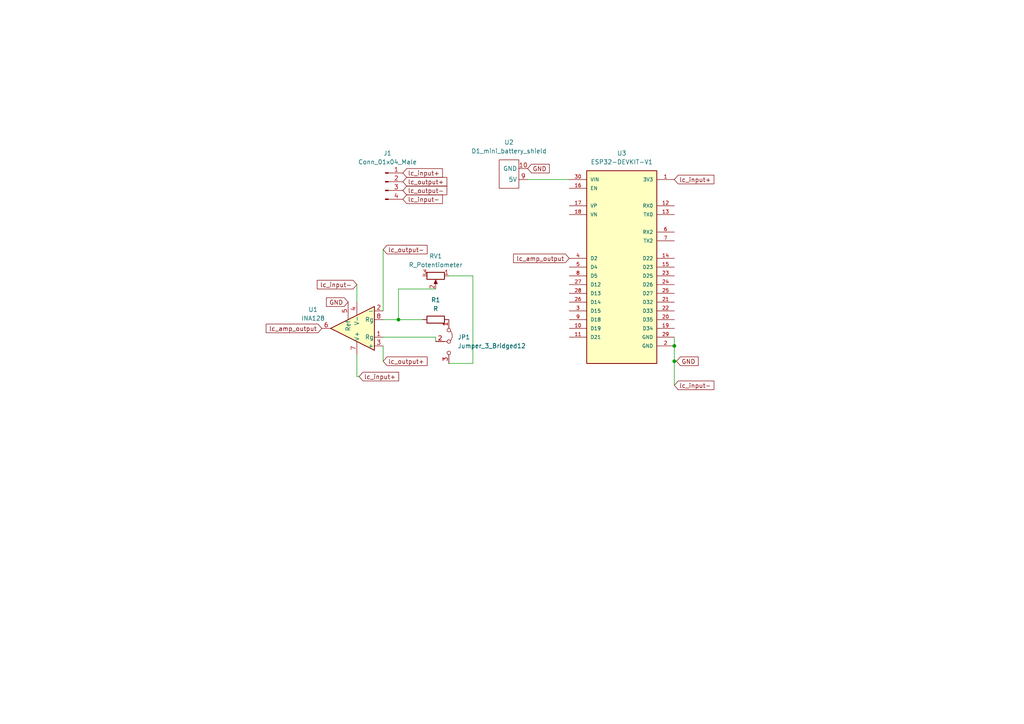
<source format=kicad_sch>
(kicad_sch (version 20230121) (generator eeschema)
  (paper "A4")
  (lib_symbols
    (symbol "Amplifier_Instrumentation:INA128" (pin_names (offset 0.127))
      (property "Reference" "U" (at 3.81 3.175 0))
      (property "Value" "INA128" (at 3.81 -3.175 0))
      (symbol "INA128_0_1"
        (polyline (pts (xy 7.62 0) (xy -5.08 6.35) (xy -5.08 -6.35) (xy 7.62 0)) (stroke (width 0.254)) (fill (type background)))
      )
      (symbol "INA128_1_1"
        (pin passive line (at -7.62 2.54 0) (length 2.54) (name "Rg") (number "1"))
        (pin input line (at -7.62 -5.08 0) (length 2.54) (name "-") (number "2"))
        (pin input line (at -7.62 5.08 0) (length 2.54) (name "+") (number "3"))
        (pin power_in line (at 0 -7.62 90) (length 3.81) (name "V-") (number "4"))
        (pin input line (at 2.54 -7.62 90) (length 5.08) (name "Ref") (number "5"))
        (pin output line (at 10.16 0 180) (length 2.54) (name "~") (number "6"))
        (pin power_in line (at 0 7.62 270) (length 3.81) (name "V+") (number "7"))
        (pin passive line (at -7.62 -2.54 0) (length 2.54) (name "Rg") (number "8"))
      )
    )
    (symbol "Connector:Conn_01x04_Male" (pin_names (offset 1.016) hide)
      (property "Reference" "J" (at 0 5.08 0))
      (property "Value" "Conn_01x04_Male" (at 0 -7.62 0))
      (symbol "Conn_01x04_Male_1_1"
        (polyline (pts (xy 1.27 -5.08) (xy 0.8636 -5.08)) (stroke (width 0.1524)))
        (polyline (pts (xy 1.27 -2.54) (xy 0.8636 -2.54)) (stroke (width 0.1524)))
        (polyline (pts (xy 1.27 0) (xy 0.8636 0)) (stroke (width 0.1524)))
        (polyline (pts (xy 1.27 2.54) (xy 0.8636 2.54)) (stroke (width 0.1524)))
        (rectangle (start 0.8636 -4.953) (end 0 -5.207) (stroke (width 0.1524)) (fill (type outline)))
        (rectangle (start 0.8636 -2.413) (end 0 -2.667) (stroke (width 0.1524)) (fill (type outline)))
        (rectangle (start 0.8636 0.127) (end 0 -0.127) (stroke (width 0.1524)) (fill (type outline)))
        (rectangle (start 0.8636 2.667) (end 0 2.413) (stroke (width 0.1524)) (fill (type outline)))
        (pin passive line (at 5.08 2.54 180) (length 3.81) (name "Pin_1") (number "1"))
        (pin passive line (at 5.08 0 180) (length 3.81) (name "Pin_2") (number "2"))
        (pin passive line (at 5.08 -2.54 180) (length 3.81) (name "Pin_3") (number "3"))
        (pin passive line (at 5.08 -5.08 180) (length 3.81) (name "Pin_4") (number "4"))
      )
    )
    (symbol "Device:R" (pin_numbers hide) (pin_names (offset 0))
      (property "Reference" "R" (at 2.032 0 90))
      (property "Value" "R" (at 0 0 90))
      (symbol "R_0_1"
        (rectangle (start -1.016 -2.54) (end 1.016 2.54) (stroke (width 0.254)))
      )
      (symbol "R_1_1"
        (pin passive line (at 0 3.81 270) (length 1.27) (name "~") (number "1"))
        (pin passive line (at 0 -3.81 90) (length 1.27) (name "~") (number "2"))
      )
    )
    (symbol "Device:R_Potentiometer" (pin_names (offset 1.016) hide)
      (property "Reference" "RV" (at -4.445 0 90))
      (property "Value" "R_Potentiometer" (at -2.54 0 90))
      (symbol "R_Potentiometer_0_1"
        (polyline (pts (xy 2.54 0) (xy 1.524 0)))
        (polyline (pts (xy 1.143 0) (xy 2.286 0.508) (xy 2.286 -0.508) (xy 1.143 0)) (fill (type outline)))
        (rectangle (start 1.016 2.54) (end -1.016 -2.54) (stroke (width 0.254)))
      )
      (symbol "R_Potentiometer_1_1"
        (pin passive line (at 0 3.81 270) (length 1.27) (name "1") (number "1"))
        (pin passive line (at 3.81 0 180) (length 1.27) (name "2") (number "2"))
        (pin passive line (at 0 -3.81 90) (length 1.27) (name "3") (number "3"))
      )
    )
    (symbol "ESP32-DEVKIT-V1:ESP32-DEVKIT-V1" (pin_names (offset 1.016))
      (property "Reference" "U" (at -10.16 30.48 0))
      (property "Value" "ESP32-DEVKIT-V1" (at -10.16 -30.48 0))
      (symbol "ESP32-DEVKIT-V1_0_0"
        (rectangle (start -10.16 -27.94) (end 10.16 27.94) (stroke (width 0.254)) (fill (type background)))
        (pin output line (at 15.24 25.4 180) (length 5.08) (name "3V3") (number "1"))
        (pin bidirectional line (at -15.24 -17.78 0) (length 5.08) (name "D19") (number "10"))
        (pin bidirectional line (at -15.24 -20.32 0) (length 5.08) (name "D21") (number "11"))
        (pin input line (at 15.24 17.78 180) (length 5.08) (name "RX0") (number "12"))
        (pin output line (at 15.24 15.24 180) (length 5.08) (name "TX0") (number "13"))
        (pin bidirectional line (at 15.24 2.54 180) (length 5.08) (name "D22") (number "14"))
        (pin bidirectional line (at 15.24 0 180) (length 5.08) (name "D23") (number "15"))
        (pin input line (at -15.24 22.86 0) (length 5.08) (name "EN") (number "16"))
        (pin bidirectional line (at -15.24 17.78 0) (length 5.08) (name "VP") (number "17"))
        (pin bidirectional line (at -15.24 15.24 0) (length 5.08) (name "VN") (number "18"))
        (pin bidirectional line (at 15.24 -17.78 180) (length 5.08) (name "D34") (number "19"))
        (pin power_in line (at 15.24 -22.86 180) (length 5.08) (name "GND") (number "2"))
        (pin bidirectional line (at 15.24 -15.24 180) (length 5.08) (name "D35") (number "20"))
        (pin bidirectional line (at 15.24 -10.16 180) (length 5.08) (name "D32") (number "21"))
        (pin bidirectional line (at 15.24 -12.7 180) (length 5.08) (name "D33") (number "22"))
        (pin bidirectional line (at 15.24 -2.54 180) (length 5.08) (name "D25") (number "23"))
        (pin bidirectional line (at 15.24 -5.08 180) (length 5.08) (name "D26") (number "24"))
        (pin bidirectional line (at 15.24 -7.62 180) (length 5.08) (name "D27") (number "25"))
        (pin bidirectional line (at -15.24 -10.16 0) (length 5.08) (name "D14") (number "26"))
        (pin bidirectional line (at -15.24 -5.08 0) (length 5.08) (name "D12") (number "27"))
        (pin bidirectional line (at -15.24 -7.62 0) (length 5.08) (name "D13") (number "28"))
        (pin power_in line (at 15.24 -20.32 180) (length 5.08) (name "GND") (number "29"))
        (pin bidirectional line (at -15.24 -12.7 0) (length 5.08) (name "D15") (number "3"))
        (pin input line (at -15.24 25.4 0) (length 5.08) (name "VIN") (number "30"))
        (pin bidirectional line (at -15.24 2.54 0) (length 5.08) (name "D2") (number "4"))
        (pin bidirectional line (at -15.24 0 0) (length 5.08) (name "D4") (number "5"))
        (pin input line (at 15.24 10.16 180) (length 5.08) (name "RX2") (number "6"))
        (pin output line (at 15.24 7.62 180) (length 5.08) (name "TX2") (number "7"))
        (pin bidirectional line (at -15.24 -2.54 0) (length 5.08) (name "D5") (number "8"))
        (pin bidirectional line (at -15.24 -15.24 0) (length 5.08) (name "D18") (number "9"))
      )
    )
    (symbol "Jumper:Jumper_3_Bridged12" (pin_names (offset 0) hide)
      (property "Reference" "JP" (at -2.54 -2.54 0))
      (property "Value" "Jumper_3_Bridged12" (at 0 2.794 0))
      (symbol "Jumper_3_Bridged12_0_0"
        (circle (center -3.302 0) (radius 0.508))
        (circle (center 0 0) (radius 0.508))
        (circle (center 3.302 0) (radius 0.508))
      )
      (symbol "Jumper_3_Bridged12_0_1"
        (arc (start -0.254 0.508) (mid -1.651 0.9912) (end -3.048 0.508))
        (polyline (pts (xy 0 -1.27) (xy 0 -0.508)))
      )
      (symbol "Jumper_3_Bridged12_1_1"
        (pin passive line (at -6.35 0 0) (length 2.54) (name "A") (number "1"))
        (pin passive line (at 0 -3.81 90) (length 2.54) (name "C") (number "2"))
        (pin passive line (at 6.35 0 180) (length 2.54) (name "B") (number "3"))
      )
    )
    (symbol "d1 mini battery shield:D1_mini_battery_shield"
      (property "Reference" "U" (at 3.81 8.89 0))
      (property "Value" "D1_mini_battery_shield" (at 2.54 -1.905 0))
      (symbol "D1_mini_battery_shield_0_1"
        (rectangle (start -1.27 7.62) (end 4.445 -0.635))
      )
      (symbol "D1_mini_battery_shield_1_1"
        (pin input line (at -3.81 1.905 0) (length 2.54) (name "GND") (number "10"))
        (pin input line (at -3.81 5.08 0) (length 2.54) (name "5V") (number "9"))
      )
    )
  )
  (junction (at 195.58 104.775))
  (junction (at 195.58 100.33))
  (junction (at 115.57 92.71))
  (wire (pts (xy 130.175 105.41) (xy 137.16 105.41)))
  (wire (pts (xy 111.125 104.775) (xy 111.125 100.33)))
  (wire (pts (xy 111.125 97.79) (xy 126.365 97.79)))
  (wire (pts (xy 103.505 102.87) (xy 103.505 109.22)))
  (wire (pts (xy 111.125 92.71) (xy 115.57 92.71)))
  (wire (pts (xy 130.175 80.01) (xy 137.16 80.01)))
  (wire (pts (xy 195.58 97.79) (xy 195.58 100.33)))
  (wire (pts (xy 103.505 109.22) (xy 104.14 109.22)))
  (wire (pts (xy 195.58 100.33) (xy 195.58 104.775)))
  (wire (pts (xy 115.57 92.71) (xy 122.555 92.71)))
  (wire (pts (xy 137.16 80.01) (xy 137.16 105.41)))
  (wire (pts (xy 153.035 52.07) (xy 165.1 52.07)))
  (wire (pts (xy 111.125 72.39) (xy 111.125 90.17)))
  (wire (pts (xy 126.365 83.82) (xy 115.57 83.82)))
  (wire (pts (xy 195.58 104.775) (xy 196.215 104.775)))
  (wire (pts (xy 115.57 83.82) (xy 115.57 92.71)))
  (wire (pts (xy 103.505 82.55) (xy 103.505 87.63)))
  (wire (pts (xy 126.365 97.79) (xy 126.365 99.06)))
  (wire (pts (xy 195.58 104.775) (xy 195.58 111.76)))
  (global_label "lc_input-" (shape input) (at 116.84 57.785 0) (property "Intersheetrefs" "${INTERSHEET_REFS}" (effects hide)))
  (global_label "lc_input+" (shape input) (at 116.84 50.165 0) (property "Intersheetrefs" "${INTERSHEET_REFS}" (effects hide)))
  (global_label "GND" (shape input) (at 196.215 104.775 0) (property "Intersheetrefs" "${INTERSHEET_REFS}" (effects hide)))
  (global_label "lc_input+" (shape input) (at 104.14 109.22 0) (property "Intersheetrefs" "${INTERSHEET_REFS}" (effects hide)))
  (global_label "lc_input-" (shape input) (at 195.58 111.76 0) (property "Intersheetrefs" "${INTERSHEET_REFS}" (effects hide)))
  (global_label "lc_amp_output" (shape input) (at 165.1 74.93 180) (property "Intersheetrefs" "${INTERSHEET_REFS}" (effects hide)))
  (global_label "GND" (shape input) (at 153.035 48.895 0) (property "Intersheetrefs" "${INTERSHEET_REFS}" (effects hide)))
  (global_label "lc_output+" (shape input) (at 116.84 52.705 0) (property "Intersheetrefs" "${INTERSHEET_REFS}" (effects hide)))
  (global_label "lc_input-" (shape input) (at 103.505 82.55 180) (property "Intersheetrefs" "${INTERSHEET_REFS}" (effects hide)))
  (global_label "lc_amp_output" (shape input) (at 93.345 95.25 180) (property "Intersheetrefs" "${INTERSHEET_REFS}" (effects hide)))
  (global_label "lc_output-" (shape input) (at 111.125 72.39 0) (property "Intersheetrefs" "${INTERSHEET_REFS}" (effects hide)))
  (global_label "GND" (shape input) (at 100.965 87.63 180) (property "Intersheetrefs" "${INTERSHEET_REFS}" (effects hide)))
  (global_label "lc_output+" (shape input) (at 111.125 104.775 0) (property "Intersheetrefs" "${INTERSHEET_REFS}" (effects hide)))
  (global_label "lc_input+" (shape input) (at 195.58 52.07 0) (property "Intersheetrefs" "${INTERSHEET_REFS}" (effects hide)))
  (global_label "lc_output-" (shape input) (at 116.84 55.245 0) (property "Intersheetrefs" "${INTERSHEET_REFS}" (effects hide)))
  (symbol (lib_id "ESP32-DEVKIT-V1:ESP32-DEVKIT-V1") (at 180.34 77.47 0) (unit 1)
    (property "Reference" "U3" (at 180.34 44.45 0))
    (property "Value" "ESP32-DEVKIT-V1" (at 180.34 46.99 0))
    (property "Footprint" "ESP32-DEVKIT-V1:MODULE_ESP32_DEVKIT_V1" (effects hide))
    (property "STANDARD" "Manufacturer Recommendations" (effects hide))
    (property "PARTREV" "N/A" (effects hide))
    (property "MANUFACTURER" "DOIT" (effects hide))
    (property "MAXIMUM_PACKAGE_HEIGHT" "6.8 mm" (effects hide))
  )
  (symbol (lib_id "d1 mini battery shield:D1_mini_battery_shield") (at 149.225 46.99 180) (unit 1)
    (property "Reference" "U2" (at 147.6375 41.275 0))
    (property "Value" "D1_mini_battery_shield" (at 147.6375 43.815 0))
    (property "Footprint" "D1 mini battery shield:D1 mini battery shield" (effects hide))
  )
  (symbol (lib_id "Connector:Conn_01x04_Male") (at 111.76 52.705 0) (unit 1)
    (property "Reference" "J1" (at 112.395 44.45 0))
    (property "Value" "Conn_01x04_Male" (at 112.395 46.99 0))
    (property "Footprint" "Connector_PinSocket_2.54mm:PinSocket_1x04_P2.54mm_Vertical" (effects hide))
  )
  (symbol (lib_id "Amplifier_Instrumentation:INA128") (at 103.505 95.25 180) (unit 1)
    (property "Reference" "U1" (at 90.805 89.7888 0))
    (property "Value" "INA128" (at 90.805 92.3288 0))
    (property "Footprint" "Package_DIP:DIP-8_W7.62mm_LongPads" (effects hide))
    (property "Datasheet" "http://www.ti.com/lit/ds/symlink/ina128.pdf" (effects hide))
  )
  (symbol (lib_id "Jumper:Jumper_3_Bridged12") (at 130.175 99.06 270) (unit 1)
    (property "Reference" "JP1" (at 132.715 97.7899 90) (effects (justify left)))
    (property "Value" "Jumper_3_Bridged12" (at 132.715 100.3299 90) (effects (justify left)))
    (property "Footprint" "Connector_PinHeader_2.54mm:PinHeader_1x03_P2.54mm_Vertical" (effects hide))
  )
  (symbol (lib_id "Device:R") (at 126.365 92.71 90) (unit 1)
    (property "Reference" "R1" (at 126.365 86.995 90))
    (property "Value" "R" (at 126.365 89.535 90))
    (property "Footprint" "Resistor_THT:R_Axial_DIN0207_L6.3mm_D2.5mm_P7.62mm_Horizontal" (effects hide))
  )
  (symbol (lib_id "Device:R_Potentiometer") (at 126.365 80.01 270) (unit 1)
    (property "Reference" "RV1" (at 126.365 74.295 90))
    (property "Value" "R_Potentiometer" (at 126.365 76.835 90))
    (property "Footprint" "Potentiometer_THT:Potentiometer_Bourns_3266Y_Vertical" (effects hide))
  )
)
</source>
